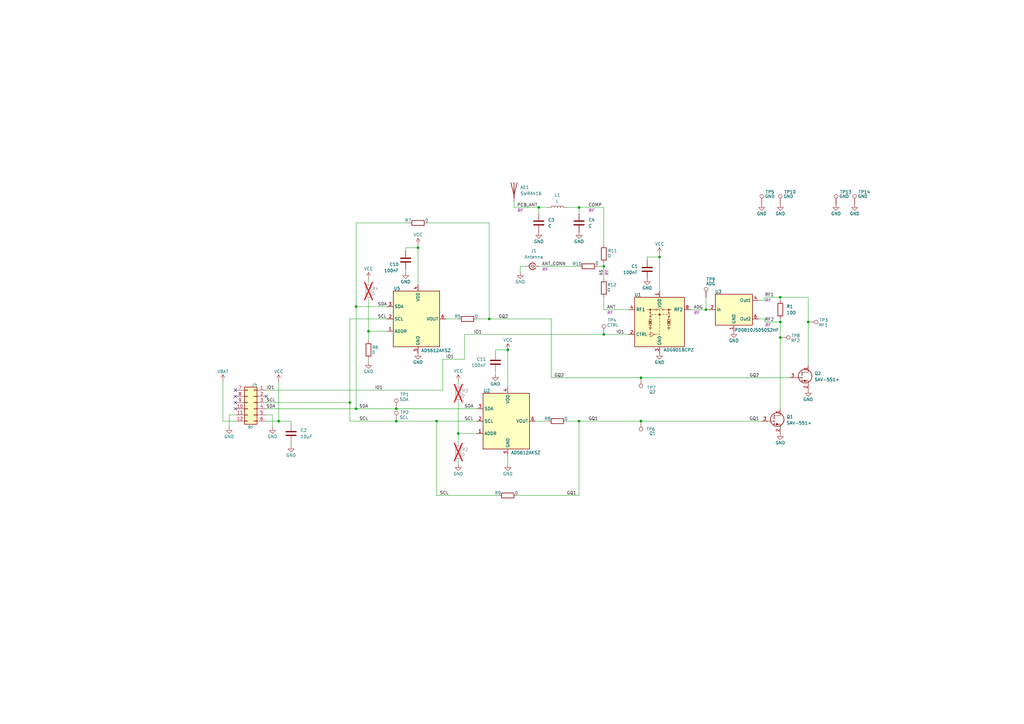
<source format=kicad_sch>
(kicad_sch (version 20250114) (generator "eeschema") (generator_version "9.0")
  (paper "A3")
  (title_block (date "2026-01-27") (rev "1a"))
  (lib_symbols
    (symbol "Analog Devices:AD5612AKSZ-2500RL7"
      (property "Reference" "U" (at -9.652 12.446 0))
      (property "Value" "AD5612AKSZ" (at 7.62 -12.7 0))
      (symbol "AD5612AKSZ-2500RL7_1_1"
        (rectangle (start -10.16 11.43) (end 8.89 -11.43) (stroke (width 0.254)) (fill (type background)))
        (pin input line (at -12.7 5.08 0) (length 2.54) (name "SDA") (number "3"))
        (pin input line (at -12.7 0 0) (length 2.54) (name "SCL") (number "2"))
        (pin input line (at -12.7 -5.08 0) (length 2.54) (name "ADDR") (number "1"))
        (pin power_in line (at 0 13.97 270) (length 2.54) (name "VDD") (number "4"))
        (pin power_in line (at 0 -13.97 90) (length 2.54) (name "GND") (number "5"))
        (pin output line (at 11.43 0 180) (length 2.54) (name "VOUT") (number "6"))
      )
    )
    (symbol "Connector:Conn_Coaxial_Small" (pin_numbers (hide yes)) (pin_names (offset 1.016) (hide yes))
      (property "Reference" "J" (at 0.254 3.048 0))
      (property "Value" "Conn_Coaxial_Small" (at 0 -3.81 0))
      (symbol "Conn_Coaxial_Small_0_1"
        (polyline (pts (xy -2.54 0) (xy -0.508 0)))
        (circle (center 0 0) (radius 0.508) (stroke (width 0.2032)))
      )
      (symbol "Conn_Coaxial_Small_1_1"
        (arc (start 1.3484 0.0039) (mid 0.327 -1.308) (end -1.1916 -0.6311) (stroke (width 0.3048)))
        (arc (start -1.1916 0.6311) (mid 0.327 1.3081) (end 1.3484 -0.0039) (stroke (width 0.3048)))
        (pin passive line (at -2.54 0 0) (length 1.27) (name "In") (number "1"))
        (pin passive line (at 2.54 0 180) (length 1.27) (name "Ext") (number "2"))
      )
    )
    (symbol "Connector:TestPoint" (pin_numbers (hide yes)) (pin_names (offset 0.762) (hide yes))
      (property "Reference" "TP" (at 0 6.858 0))
      (property "Value" "TestPoint" (at 0 5.08 0))
      (symbol "TestPoint_0_1"
        (circle (center 0 3.302) (radius 0.762))
      )
      (symbol "TestPoint_1_1"
        (pin passive line (at 0 0 90) (length 2.54) (name "1") (number "1"))
      )
    )
    (symbol "Connector_Generic:Conn_02x06_Top_Bottom" (pin_names (offset 1.016) (hide yes))
      (property "Reference" "J" (at 1.27 7.62 0))
      (property "Value" "Conn_02x06_Top_Bottom" (at 1.27 -10.16 0))
      (symbol "Conn_02x06_Top_Bottom_1_1"
        (rectangle (start -1.27 6.35) (end 3.81 -8.89) (stroke (width 0.254)) (fill (type background)))
        (rectangle (start -1.27 5.207) (end 0 4.953) (stroke (width 0.1524)))
        (rectangle (start -1.27 2.667) (end 0 2.413) (stroke (width 0.1524)))
        (rectangle (start -1.27 0.127) (end 0 -0.127) (stroke (width 0.1524)))
        (rectangle (start -1.27 -2.413) (end 0 -2.667) (stroke (width 0.1524)))
        (rectangle (start -1.27 -4.953) (end 0 -5.207) (stroke (width 0.1524)))
        (rectangle (start -1.27 -7.493) (end 0 -7.747) (stroke (width 0.1524)))
        (rectangle (start 3.81 5.207) (end 2.54 4.953) (stroke (width 0.1524)))
        (rectangle (start 3.81 2.667) (end 2.54 2.413) (stroke (width 0.1524)))
        (rectangle (start 3.81 0.127) (end 2.54 -0.127) (stroke (width 0.1524)))
        (rectangle (start 3.81 -2.413) (end 2.54 -2.667) (stroke (width 0.1524)))
        (rectangle (start 3.81 -4.953) (end 2.54 -5.207) (stroke (width 0.1524)))
        (rectangle (start 3.81 -7.493) (end 2.54 -7.747) (stroke (width 0.1524)))
        (pin passive line (at -5.08 5.08 0) (length 3.81) (name "Pin_1") (number "1"))
        (pin passive line (at -5.08 2.54 0) (length 3.81) (name "Pin_2") (number "2"))
        (pin passive line (at -5.08 0 0) (length 3.81) (name "Pin_3") (number "3"))
        (pin passive line (at -5.08 -2.54 0) (length 3.81) (name "Pin_4") (number "4"))
        (pin passive line (at -5.08 -5.08 0) (length 3.81) (name "Pin_5") (number "5"))
        (pin passive line (at -5.08 -7.62 0) (length 3.81) (name "Pin_6") (number "6"))
        (pin passive line (at 7.62 5.08 180) (length 3.81) (name "Pin_7") (number "7"))
        (pin passive line (at 7.62 2.54 180) (length 3.81) (name "Pin_8") (number "8"))
        (pin passive line (at 7.62 0 180) (length 3.81) (name "Pin_9") (number "9"))
        (pin passive line (at 7.62 -2.54 180) (length 3.81) (name "Pin_10") (number "10"))
        (pin passive line (at 7.62 -5.08 180) (length 3.81) (name "Pin_11") (number "11"))
        (pin passive line (at 7.62 -7.62 180) (length 3.81) (name "Pin_12") (number "12"))
      )
    )
    (symbol "Device:Antenna" (pin_numbers (hide yes)) (pin_names (offset 1.016) (hide yes))
      (property "Reference" "AE" (at -1.905 1.905 0))
      (property "Value" "Antenna" (at -1.905 0 0))
      (symbol "Antenna_0_1"
        (polyline (pts (xy 0 2.54) (xy 0 -3.81)) (stroke (width 0.254)))
        (polyline (pts (xy 1.27 2.54) (xy 0 -2.54) (xy -1.27 2.54)) (stroke (width 0.254)))
      )
      (symbol "Antenna_1_1"
        (pin input line (at 0 -5.08 90) (length 2.54) (name "A") (number "1"))
      )
    )
    (symbol "Device:C" (pin_numbers (hide yes)) (pin_names (offset 0.254))
      (property "Reference" "C" (at 0.635 2.54 0))
      (property "Value" "C" (at 0.635 -2.54 0))
      (symbol "C_0_1"
        (polyline (pts (xy -2.032 0.762) (xy 2.032 0.762)) (stroke (width 0.508)))
        (polyline (pts (xy -2.032 -0.762) (xy 2.032 -0.762)) (stroke (width 0.508)))
      )
      (symbol "C_1_1"
        (pin passive line (at 0 3.81 270) (length 2.794) (name "~") (number "1"))
        (pin passive line (at 0 -3.81 90) (length 2.794) (name "~") (number "2"))
      )
    )
    (symbol "Device:L" (pin_numbers (hide yes)) (pin_names (offset 1.016) (hide yes))
      (property "Reference" "L" (at -1.27 0 90))
      (property "Value" "L" (at 1.905 0 90))
      (symbol "L_0_1"
        (arc (start 0 2.54) (mid 0.6323 1.905) (end 0 1.27))
        (arc (start 0 1.27) (mid 0.6323 0.635) (end 0 0))
        (arc (start 0 0) (mid 0.6323 -0.635) (end 0 -1.27))
        (arc (start 0 -1.27) (mid 0.6323 -1.905) (end 0 -2.54))
      )
      (symbol "L_1_1"
        (pin passive line (at 0 3.81 270) (length 1.27) (name "1") (number "1"))
        (pin passive line (at 0 -3.81 90) (length 1.27) (name "2") (number "2"))
      )
    )
    (symbol "Device:R" (pin_numbers (hide yes)) (pin_names (offset 0))
      (property "Reference" "R" (at 2.032 0 90))
      (property "Value" "R" (at 0 0 90))
      (symbol "R_0_1"
        (rectangle (start -1.016 -2.54) (end 1.016 2.54) (stroke (width 0.254)))
      )
      (symbol "R_1_1"
        (pin passive line (at 0 3.81 270) (length 1.27) (name "~") (number "1"))
        (pin passive line (at 0 -3.81 90) (length 1.27) (name "~") (number "2"))
      )
    )
    (symbol "Mini-Circuits:SAV-551+" (pin_names (hide yes))
      (property "Reference" "Q" (at 5.588 1.27 0))
      (property "Value" "SAV-551+" (at 9.906 -0.762 0))
      (symbol "SAV-551+_0_1"
        (polyline (pts (xy 0 2.286) (xy 2.54 2.286)))
        (polyline (pts (xy 0 0) (xy -2.54 0)))
        (circle (center 1.27 0.635) (radius 2.794) (stroke (width 0.254)))
        (polyline (pts (xy 1.905 -1.27) (xy 0.889 -0.889) (xy 0.889 -1.651) (xy 1.905 -1.27)) (fill (type outline)))
        (polyline (pts (xy 2.54 2.286) (xy 2.54 2.54)))
        (polyline (pts (xy 2.54 -1.27) (xy 0 -1.27)))
        (polyline (pts (xy 2.54 -2.54) (xy 2.54 -1.27)))
      )
      (symbol "SAV-551+_1_1"
        (polyline (pts (xy 0 0.889) (xy 0 2.54)) (stroke (width 0.254)))
        (polyline (pts (xy 0 0.254) (xy 0 -0.254)) (stroke (width 0.254)))
        (polyline (pts (xy 0 -0.889) (xy 0 -1.524)) (stroke (width 0.254)))
        (pin input line (at -5.08 0 0) (length 2.54) (name "G") (number "3"))
        (pin passive line (at 2.54 5.08 270) (length 2.54) (name "D") (number "1"))
        (pin passive line (at 2.54 -5.08 90) (length 2.54) (name "S") (number "2"))
        (pin passive line (at 2.54 -5.08 90) (length 2.54) (hide yes) (name "S") (number "4"))
      )
    )
    (symbol "RF_Switch:ADG901BCPZ"
      (property "Reference" "U" (at -10.16 11.43 0))
      (property "Value" "ADG901BCPZ" (at 1.27 11.43 0))
      (symbol "ADG901BCPZ_0_0"
        (rectangle (start -10.16 10.16) (end 10.16 -10.16) (stroke (width 0.254)) (fill (type background)))
        (polyline (pts (xy -4.826 -5.08) (xy -3.81 -5.08)))
        (polyline (pts (xy -3.81 -4.064) (xy -3.81 -6.096) (xy -2.032 -5.08) (xy -3.81 -4.064)))
        (polyline (pts (xy -2.54 3.048) (xy -3.302 3.048)))
        (polyline (pts (xy -2.032 3.048) (xy -1.27 3.048)))
        (polyline (pts (xy -1.016 -5.08) (xy -2.032 -5.08)))
        (polyline (pts (xy 0 4.318) (xy 0 5.08)))
        (circle (center 0 3.048) (radius 0.254) (fill (type outline)))
        (polyline (pts (xy 0 3.048) (xy -0.762 3.048)))
        (polyline (pts (xy 0 3.048) (xy 0 3.81)))
        (polyline (pts (xy 0 3.048) (xy 0 2.286)))
        (polyline (pts (xy 0 3.048) (xy 0.762 3.048)))
        (polyline (pts (xy 0 1.778) (xy 0 1.016)))
        (polyline (pts (xy 0 0.508) (xy 0 -0.254)))
        (polyline (pts (xy 0 -0.762) (xy 0 -1.524)))
        (polyline (pts (xy 0 -2.032) (xy 0 -2.794)))
        (polyline (pts (xy 0 -3.302) (xy 0 -4.064)))
        (polyline (pts (xy 0 -4.572) (xy 0 -5.08) (xy -0.508 -5.08)))
        (polyline (pts (xy 1.27 3.048) (xy 2.032 3.048)))
        (polyline (pts (xy 2.54 3.048) (xy 3.302 3.048)))
        (text "50" (at -3.81 -0.127 900) (effects (font (size 0.635 0.635))))
        (text "50" (at 3.81 -0.127 900) (effects (font (size 0.635 0.635))))
      )
      (symbol "ADG901BCPZ_0_1"
        (polyline (pts (xy -5.08 5.08) (xy -1.524 5.08)))
        (rectangle (start -4.318 1.016) (end -3.302 -1.27))
        (circle (center -3.81 5.08) (radius 0.254) (fill (type outline)))
        (polyline (pts (xy -3.81 5.08) (xy -3.81 4.064)))
        (circle (center -3.81 3.81) (radius 0.254))
        (polyline (pts (xy -3.81 3.556) (xy -3.429 2.159)))
        (circle (center -3.81 2.286) (radius 0.254))
        (polyline (pts (xy -3.81 2.032) (xy -3.81 1.016)))
        (polyline (pts (xy -3.81 -1.27) (xy -3.81 -2.286) (xy -4.318 -2.286) (xy -3.81 -3.048) (xy -3.302 -2.286) (xy -3.81 -2.286)))
        (circle (center -1.27 5.08) (radius 0.254))
        (polyline (pts (xy -1.016 5.08) (xy 1.016 5.842)))
        (circle (center 1.27 5.08) (radius 0.254))
        (polyline (pts (xy 1.524 5.08) (xy 5.08 5.08)))
        (rectangle (start 3.302 1.016) (end 4.318 -1.27))
        (polyline (pts (xy 3.81 5.08) (xy 3.81 4.064)))
        (circle (center 3.81 5.08) (radius 0.254) (fill (type outline)))
        (circle (center 3.81 3.81) (radius 0.254))
        (polyline (pts (xy 3.81 3.556) (xy 4.191 2.159)))
        (circle (center 3.81 2.286) (radius 0.254))
        (polyline (pts (xy 3.81 2.032) (xy 3.81 1.016)))
        (polyline (pts (xy 3.81 -1.27) (xy 3.81 -2.286) (xy 3.302 -2.286) (xy 3.81 -3.048) (xy 4.318 -2.286) (xy 3.81 -2.286)))
      )
      (symbol "ADG901BCPZ_1_1"
        (pin passive line (at -12.7 5.08 0) (length 2.54) (name "RF1") (number "4"))
        (pin input line (at -12.7 -5.08 0) (length 2.54) (name "CTRL") (number "2"))
        (pin power_in line (at 0 12.7 270) (length 2.54) (name "VDD") (number "1"))
        (pin power_in line (at 0 -12.7 90) (length 2.54) (name "GND") (number "3"))
        (pin passive line (at 0 -12.7 90) (length 2.54) (hide yes) (name "GND") (number "5"))
        (pin passive line (at 0 -12.7 90) (length 2.54) (hide yes) (name "GND") (number "6"))
        (pin passive line (at 0 -12.7 90) (length 2.54) (hide yes) (name "GND") (number "7"))
        (pin passive line (at 0 -12.7 90) (length 2.54) (hide yes) (name "GND") (number "9"))
        (pin passive line (at 12.7 5.08 180) (length 2.54) (name "RF2") (number "8"))
      )
    )
    (symbol "TTM Technologies:PD0810J5050S2HF"
      (property "Reference" "U" (at -6.858 7.366 0))
      (property "Value" "PD0810J5050S2HF" (at 9.906 -7.62 0))
      (symbol "PD0810J5050S2HF_1_1"
        (rectangle (start -7.62 6.35) (end 7.62 -6.35) (stroke (width 0.254)) (fill (type background)))
        (pin input line (at -10.16 0 0) (length 2.54) (name "In") (number "2"))
        (pin power_in line (at 0 -8.89 90) (length 2.54) (name "GND") (number "1"))
        (pin power_in line (at 0 -8.89 90) (length 2.54) (hide yes) (name "GND") (number "3"))
        (pin power_in line (at 0 -8.89 90) (length 2.54) (hide yes) (name "GND") (number "5"))
        (pin output line (at 10.16 3.81 180) (length 2.54) (name "Out1") (number "4"))
        (pin output line (at 10.16 -3.81 180) (length 2.54) (name "Out2") (number "6"))
      )
    )
    (symbol "power:GND" (power) (pin_numbers (hide yes)) (pin_names (offset 0) (hide yes))
      (property "Value" "GND" (at 0 -3.81 0))
      (symbol "GND_0_1"
        (polyline (pts (xy 0 0) (xy 0 -1.27) (xy 1.27 -1.27) (xy 0 -2.54) (xy -1.27 -1.27) (xy 0 -1.27)))
      )
      (symbol "GND_1_1"
        (pin power_in line (at 0 0 270) (length 0) (name "~") (number "1"))
      )
    )
    (symbol "power:VCC" (power) (pin_numbers (hide yes)) (pin_names (offset 0) (hide yes))
      (property "Value" "VCC" (at 0 3.556 0))
      (symbol "VCC_0_1"
        (polyline (pts (xy -0.762 1.27) (xy 0 2.54)))
        (polyline (pts (xy 0 2.54) (xy 0.762 1.27)))
        (polyline (pts (xy 0 0) (xy 0 2.54)))
      )
      (symbol "VCC_1_1"
        (pin power_in line (at 0 0 90) (length 0) (name "~") (number "1"))
      )
    )
  )
  (junction (at 247.65 137.16))
  (junction (at 289.56 127))
  (junction (at 162.56 167.64))
  (junction (at 171.45 101.6))
  (junction (at 320.04 132.08))
  (junction (at 146.05 125.73))
  (junction (at 146.05 167.64))
  (junction (at 162.56 172.72))
  (junction (at 262.89 154.94))
  (junction (at 270.51 105.41))
  (junction (at 331.47 132.08))
  (junction (at 237.49 85.09))
  (junction (at 320.04 138.43))
  (junction (at 151.13 135.89))
  (junction (at 187.96 177.8))
  (junction (at 208.28 143.51))
  (junction (at 220.98 85.09))
  (junction (at 320.04 121.92))
  (junction (at 143.51 165.1))
  (junction (at 200.66 130.81))
  (junction (at 262.89 172.72))
  (junction (at 237.49 172.72))
  (junction (at 179.07 172.72))
  (junction (at 247.65 109.22))
  (junction (at 114.3 172.72))
  (no_connect (at 96.52 167.64))
  (no_connect (at 96.52 160.02))
  (no_connect (at 109.22 162.56))
  (no_connect (at 96.52 165.1))
  (no_connect (at 96.52 162.56))
  (wire (pts (xy 187.96 165.1) (xy 187.96 177.8)))
  (wire (pts (xy 195.58 130.81) (xy 200.66 130.81)))
  (wire (pts (xy 171.45 100.33) (xy 171.45 101.6)))
  (wire (pts (xy 158.75 130.81) (xy 143.51 130.81)))
  (wire (pts (xy 166.37 101.6) (xy 166.37 102.87)))
  (wire (pts (xy 91.44 172.72) (xy 96.52 172.72)))
  (wire (pts (xy 331.47 132.08) (xy 331.47 121.92)))
  (wire (pts (xy 171.45 116.84) (xy 171.45 101.6)))
  (wire (pts (xy 93.98 170.18) (xy 96.52 170.18)))
  (wire (pts (xy 220.98 109.22) (xy 237.49 109.22)))
  (wire (pts (xy 114.3 172.72) (xy 109.22 172.72)))
  (wire (pts (xy 247.65 127) (xy 257.81 127)))
  (wire (pts (xy 320.04 121.92) (xy 320.04 123.19)))
  (wire (pts (xy 119.38 181.61) (xy 119.38 182.88)))
  (wire (pts (xy 210.82 85.09) (xy 220.98 85.09)))
  (wire (pts (xy 200.66 130.81) (xy 226.06 130.81)))
  (wire (pts (xy 320.04 132.08) (xy 320.04 130.81)))
  (wire (pts (xy 91.44 156.21) (xy 91.44 172.72)))
  (wire (pts (xy 111.76 175.26) (xy 111.76 170.18)))
  (wire (pts (xy 203.2 152.4) (xy 203.2 153.67)))
  (wire (pts (xy 289.56 127) (xy 290.83 127)))
  (wire (pts (xy 237.49 85.09) (xy 232.41 85.09)))
  (wire (pts (xy 200.66 91.44) (xy 200.66 130.81)))
  (wire (pts (xy 313.69 121.92) (xy 313.69 123.19)))
  (wire (pts (xy 175.26 91.44) (xy 200.66 91.44)))
  (wire (pts (xy 187.96 189.23) (xy 187.96 190.5)))
  (wire (pts (xy 265.43 106.68) (xy 265.43 105.41)))
  (wire (pts (xy 109.22 160.02) (xy 181.61 160.02)))
  (wire (pts (xy 313.69 130.81) (xy 311.15 130.81)))
  (wire (pts (xy 210.82 82.55) (xy 210.82 85.09)))
  (wire (pts (xy 109.22 167.64) (xy 146.05 167.64)))
  (wire (pts (xy 247.65 121.92) (xy 247.65 127)))
  (wire (pts (xy 247.65 137.16) (xy 257.81 137.16)))
  (wire (pts (xy 151.13 114.3) (xy 151.13 115.57)))
  (wire (pts (xy 109.22 165.1) (xy 143.51 165.1)))
  (wire (pts (xy 212.09 203.2) (xy 237.49 203.2)))
  (wire (pts (xy 270.51 105.41) (xy 270.51 119.38)))
  (wire (pts (xy 247.65 100.33) (xy 247.65 85.09)))
  (wire (pts (xy 270.51 105.41) (xy 265.43 105.41)))
  (wire (pts (xy 171.45 101.6) (xy 166.37 101.6)))
  (wire (pts (xy 187.96 130.81) (xy 182.88 130.81)))
  (wire (pts (xy 215.9 109.22) (xy 213.36 109.22)))
  (wire (pts (xy 151.13 135.89) (xy 151.13 139.7)))
  (wire (pts (xy 151.13 123.19) (xy 151.13 135.89)))
  (wire (pts (xy 204.47 203.2) (xy 179.07 203.2)))
  (wire (pts (xy 331.47 149.86) (xy 331.47 132.08)))
  (wire (pts (xy 224.79 172.72) (xy 219.71 172.72)))
  (wire (pts (xy 270.51 104.14) (xy 270.51 105.41)))
  (wire (pts (xy 190.5 137.16) (xy 247.65 137.16)))
  (wire (pts (xy 93.98 175.26) (xy 93.98 170.18)))
  (wire (pts (xy 313.69 132.08) (xy 320.04 132.08)))
  (wire (pts (xy 203.2 143.51) (xy 203.2 144.78)))
  (wire (pts (xy 111.76 170.18) (xy 109.22 170.18)))
  (wire (pts (xy 114.3 156.21) (xy 114.3 172.72)))
  (wire (pts (xy 146.05 125.73) (xy 158.75 125.73)))
  (wire (pts (xy 320.04 138.43) (xy 320.04 167.64)))
  (wire (pts (xy 208.28 158.75) (xy 208.28 143.51)))
  (wire (pts (xy 181.61 160.02) (xy 181.61 147.32)))
  (wire (pts (xy 195.58 167.64) (xy 162.56 167.64)))
  (wire (pts (xy 190.5 147.32) (xy 190.5 137.16)))
  (wire (pts (xy 289.56 121.92) (xy 289.56 127)))
  (wire (pts (xy 237.49 203.2) (xy 237.49 172.72)))
  (wire (pts (xy 143.51 130.81) (xy 143.51 165.1)))
  (wire (pts (xy 162.56 172.72) (xy 179.07 172.72)))
  (wire (pts (xy 114.3 172.72) (xy 119.38 172.72)))
  (wire (pts (xy 247.65 109.22) (xy 247.65 114.3)))
  (wire (pts (xy 232.41 172.72) (xy 237.49 172.72)))
  (wire (pts (xy 151.13 135.89) (xy 158.75 135.89)))
  (wire (pts (xy 208.28 190.5) (xy 208.28 186.69)))
  (wire (pts (xy 143.51 172.72) (xy 162.56 172.72)))
  (wire (pts (xy 166.37 110.49) (xy 166.37 111.76)))
  (wire (pts (xy 320.04 132.08) (xy 320.04 138.43)))
  (wire (pts (xy 143.51 165.1) (xy 143.51 172.72)))
  (wire (pts (xy 187.96 156.21) (xy 187.96 157.48)))
  (wire (pts (xy 313.69 121.92) (xy 320.04 121.92)))
  (wire (pts (xy 187.96 177.8) (xy 195.58 177.8)))
  (wire (pts (xy 331.47 121.92) (xy 320.04 121.92)))
  (wire (pts (xy 245.11 109.22) (xy 247.65 109.22)))
  (wire (pts (xy 262.89 172.72) (xy 312.42 172.72)))
  (wire (pts (xy 179.07 203.2) (xy 179.07 172.72)))
  (wire (pts (xy 146.05 125.73) (xy 146.05 167.64)))
  (wire (pts (xy 162.56 167.64) (xy 146.05 167.64)))
  (wire (pts (xy 167.64 91.44) (xy 146.05 91.44)))
  (wire (pts (xy 187.96 177.8) (xy 187.96 181.61)))
  (wire (pts (xy 247.65 85.09) (xy 237.49 85.09)))
  (wire (pts (xy 213.36 109.22) (xy 213.36 111.76)))
  (wire (pts (xy 237.49 87.63) (xy 237.49 85.09)))
  (wire (pts (xy 237.49 172.72) (xy 262.89 172.72)))
  (wire (pts (xy 313.69 132.08) (xy 313.69 130.81)))
  (wire (pts (xy 119.38 173.99) (xy 119.38 172.72)))
  (wire (pts (xy 283.21 127) (xy 289.56 127)))
  (wire (pts (xy 208.28 143.51) (xy 203.2 143.51)))
  (wire (pts (xy 146.05 91.44) (xy 146.05 125.73)))
  (wire (pts (xy 181.61 147.32) (xy 190.5 147.32)))
  (wire (pts (xy 247.65 109.22) (xy 247.65 107.95)))
  (wire (pts (xy 179.07 172.72) (xy 195.58 172.72)))
  (wire (pts (xy 220.98 87.63) (xy 220.98 85.09)))
  (wire (pts (xy 262.89 154.94) (xy 323.85 154.94)))
  (wire (pts (xy 226.06 154.94) (xy 262.89 154.94)))
  (wire (pts (xy 151.13 147.32) (xy 151.13 148.59)))
  (wire (pts (xy 313.69 123.19) (xy 311.15 123.19)))
  (wire (pts (xy 226.06 130.81) (xy 226.06 154.94)))
  (wire (pts (xy 220.98 85.09) (xy 224.79 85.09)))
  (label "ANT" (at 248.92 127 0) (property "Netclass" "RF" (at 248.92 128.27 0) (effects (font (italic yes)) (justify left))))
  (label "IO1" (at 252.73 137.16 0))
  (label "SDA" (at 190.5 167.64 0))
  (label "GQ1" (at 241.3 172.72 0))
  (label "IO1" (at 194.31 137.16 0))
  (label "COMP" (at 241.3 85.09 0) (property "Netclass" "RF" (at 241.3 86.36 0) (effects (font (italic yes)) (justify left))))
  (label "IO1" (at 153.67 160.02 0))
  (label "IO1" (at 182.88 147.32 0))
  (label "PCB_ANT" (at 212.09 85.09 0) (property "Netclass" "RF" (at 212.09 86.36 0) (effects (font (italic yes)) (justify left))))
  (label "ADG" (at 284.48 127 0) (property "Netclass" "RF" (at 284.48 128.27 0) (effects (font (italic yes)) (justify left))))
  (label "SCL" (at 109.22 165.1 0))
  (label "GQ2" (at 227.33 154.94 0))
  (label "GQ2" (at 307.34 154.94 0))
  (label "GQ1" (at 232.41 203.2 0))
  (label "ANT_CONN" (at 222.25 109.22 0) (property "Netclass" "RF" (at 222.25 110.49 0) (effects (font (italic yes)) (justify left))))
  (label "AS" (at 247.65 110.49 270) (property "Netclass" "RF" (at 248.92 110.49 90) (effects (font (italic yes)) (justify right))))
  (label "GQ2" (at 204.47 130.81 0))
  (label "SCL" (at 180.34 203.2 0))
  (label "SDA" (at 147.32 167.64 0))
  (label "GQ1" (at 307.34 172.72 0))
  (label "RF2" (at 313.69 132.08 0) (property "Netclass" "RF" (at 313.69 133.35 0) (effects (font (italic yes)) (justify left))))
  (label "SDA" (at 154.94 125.73 0))
  (label "SCL" (at 147.32 172.72 0))
  (label "SCL" (at 190.5 172.72 0))
  (label "SDA" (at 109.22 167.64 0))
  (label "SCL" (at 154.94 130.81 0))
  (label "IO1" (at 109.22 160.02 0))
  (label "RF1" (at 313.69 121.92 0) (property "Netclass" "RF" (at 313.69 123.19 0) (effects (font (italic yes)) (justify left))))
  (symbol (lib_id "power:GND") (at 119.38 182.88 0) (unit 1)
    (property "Reference" "#PWR014" (effects (hide yes)))
    (property "Value" "GND" (at 119.38 186.69 0))
    (property "Description" "Power symbol creates a global label with name \"GND\" , ground" (effects (hide yes)))
  )
  (symbol (lib_id "power:VCC") (at 187.96 156.21 0) (mirror y) (unit 1)
    (property "Reference" "#PWR011" (effects (hide yes)))
    (property "Value" "VCC" (at 187.96 152.146 0))
    (property "Description" "Power symbol creates a global label with name \"VCC\"" (effects (hide yes)))
  )
  (symbol (lib_id "power:GND") (at 187.96 190.5 0) (unit 1)
    (property "Reference" "#PWR010" (effects (hide yes)))
    (property "Value" "GND" (at 187.96 194.31 0))
    (property "Description" "Power symbol creates a global label with name \"GND\" , ground" (effects (hide yes)))
  )
  (symbol (lib_id "Connector:TestPoint") (at 247.65 137.16 0) (mirror y) (unit 1) (in_bom no)
    (property "Reference" "TP4" (at 249.174 131.318 0) (effects (justify right)))
    (property "Value" "CTRL" (at 248.92 133.35 0) (effects (justify right)))
    (property "Footprint" "Generic:Testpoint_THT" (effects (hide yes)))
    (property "Description" "test point" (effects (hide yes)))
  )
  (symbol (lib_id "Device:R") (at 208.28 203.2 270) (mirror x) (unit 1)
    (property "Reference" "R9" (at 204.216 202.184 90))
    (property "Value" "0" (at 211.836 202.184 90))
    (property "Footprint" "Resistor_SMD:R_0603_1608Metric" (effects (hide yes)))
    (property "Description" "Resistor" (effects (hide yes)))
    (property "Manufacturer" "Vishay" (effects (hide yes)))
    (property "Part Number" "CRCW06030000Z0EI" (effects (hide yes)))
    (property "Supplier" "Mouser" (effects (hide yes)))
    (property "Supplier Part Number" " 71-CRCW06030000Z0EI " (effects (hide yes)))
  )
  (symbol (lib_id "Connector:TestPoint") (at 289.56 121.92 0) (mirror y) (unit 1) (in_bom no)
    (property "Reference" "TP9" (at 293.37 114.554 0) (effects (justify left)))
    (property "Value" "ADG" (at 293.37 116.332 0) (effects (justify left)))
    (property "Footprint" "Generic:Testpoint_SMD_S" (effects (hide yes)))
    (property "Description" "test point" (effects (hide yes)))
  )
  (symbol (lib_id "power:GND") (at 208.28 190.5 0) (unit 1)
    (property "Reference" "#PWR047" (effects (hide yes)))
    (property "Value" "GND" (at 208.28 194.31 0))
    (property "Description" "Power symbol creates a global label with name \"GND\" , ground" (effects (hide yes)))
  )
  (symbol (lib_id "power:GND") (at 171.45 144.78 0) (unit 1)
    (property "Reference" "#PWR043" (effects (hide yes)))
    (property "Value" "GND" (at 171.45 148.59 0))
    (property "Description" "Power symbol creates a global label with name \"GND\" , ground" (effects (hide yes)))
  )
  (symbol (lib_id "Device:C") (at 166.37 106.68 0) (mirror y) (unit 1)
    (property "Reference" "C10" (at 163.576 108.458 0) (effects (justify left)))
    (property "Value" "100nF" (at 163.576 110.998 0) (effects (justify left)))
    (property "Footprint" "Capacitor_SMD:C_0603_1608Metric" (effects (hide yes)))
    (property "Description" "Unpolarized capacitor" (effects (hide yes)))
    (property "Manufacturer" "Taiyo Yuden" (effects (hide yes)))
    (property "Part Number" "MAJCU168BB7104KTEA01 " (effects (hide yes)))
    (property "Supplier" "Mouser" (effects (hide yes)))
    (property "Supplier Part Number" " 963-MAJCU168BB7104KT" (effects (hide yes)))
  )
  (symbol (lib_id "power:GND") (at 320.04 83.82 0) (mirror y) (unit 1)
    (property "Reference" "#PWR018" (effects (hide yes)))
    (property "Value" "GND" (at 320.04 87.63 0))
    (property "Description" "Power symbol creates a global label with name \"GND\" , ground" (effects (hide yes)))
  )
  (symbol (lib_id "Mini-Circuits:SAV-551+") (at 317.5 172.72 0) (unit 1)
    (property "Reference" "Q1" (at 322.58 170.9419 0) (effects (justify left)))
    (property "Value" "SAV-551+" (at 322.58 173.4819 0) (effects (justify left)))
    (property "Footprint" "Package_TO_SOT_SMD:SC-82AA" (effects (hide yes)))
    (property "Datasheet" "https://www.minicircuits.com/pdfs/SAV-551+.pdf" (effects (hide yes)))
    (property "Description" "ULTRA LOW NOISE, MEDIUM CURRENT E-PHEMT Transistor" (effects (hide yes)))
    (property "Part Number" "SAV-551+" (effects (hide yes)))
    (property "Manufacturer" "Mini-Circuits" (effects (hide yes)))
    (property "Supplier" "Mouser" (effects (hide yes)))
    (property "Supplier Part Number" "139-SAV-551" (effects (hide yes)))
  )
  (symbol (lib_id "Device:C") (at 220.98 91.44 0) (mirror y) (unit 1)
    (property "Reference" "C3" (at 224.79 90.1699 0) (effects (justify right)))
    (property "Value" "C" (at 224.79 92.7099 0) (effects (justify right)))
    (property "Footprint" "Capacitor_SMD:C_0402_1005Metric" (effects (hide yes)))
    (property "Description" "Unpolarized capacitor" (effects (hide yes)))
  )
  (symbol (lib_id "power:GND") (at 220.98 95.25 0) (mirror y) (unit 1)
    (property "Reference" "#PWR016" (effects (hide yes)))
    (property "Value" "GND" (at 220.98 99.06 0))
    (property "Description" "Power symbol creates a global label with name \"GND\" , ground" (effects (hide yes)))
  )
  (symbol (lib_id "Device:R") (at 171.45 91.44 270) (mirror x) (unit 1)
    (property "Reference" "R7" (at 167.386 90.424 90))
    (property "Value" "0" (at 175.006 90.424 90))
    (property "Footprint" "Resistor_SMD:R_0603_1608Metric" (effects (hide yes)))
    (property "Description" "Resistor" (effects (hide yes)))
    (property "Manufacturer" "Vishay" (effects (hide yes)))
    (property "Part Number" "CRCW06030000Z0EI" (effects (hide yes)))
    (property "Supplier" "Mouser" (effects (hide yes)))
    (property "Supplier Part Number" " 71-CRCW06030000Z0EI " (effects (hide yes)))
  )
  (symbol (lib_id "Device:R") (at 247.65 104.14 0) (mirror x) (unit 1)
    (property "Reference" "R11" (at 251.206 102.87 0))
    (property "Value" "0" (at 249.936 104.902 0))
    (property "Footprint" "Resistor_SMD:R_0402_1005Metric" (effects (hide yes)))
    (property "Description" "Resistor" (effects (hide yes)))
    (property "Manufacturer" "Vishay" (effects (hide yes)))
    (property "Part Number" "CRCW06030000Z0EI" (effects (hide yes)))
    (property "Supplier" "Mouser" (effects (hide yes)))
    (property "Supplier Part Number" " 71-CRCW06030000Z0EI " (effects (hide yes)))
  )
  (symbol (lib_id "power:VCC") (at 270.51 104.14 0) (mirror y) (unit 1)
    (property "Reference" "#PWR04" (effects (hide yes)))
    (property "Value" "VCC" (at 270.51 100.076 0))
    (property "Description" "Power symbol creates a global label with name \"VCC\"" (effects (hide yes)))
  )
  (symbol (lib_id "Connector:TestPoint") (at 350.52 83.82 0) (mirror y) (unit 1) (in_bom no)
    (property "Reference" "TP14" (at 352.044 78.74 0) (effects (justify right)))
    (property "Value" "GND" (at 351.79 80.518 0) (effects (justify right)))
    (property "Footprint" "Generic:Testpoint_SMD_S" (effects (hide yes)))
    (property "Description" "test point" (effects (hide yes)))
  )
  (symbol (lib_id "Connector:TestPoint") (at 312.42 83.82 0) (mirror y) (unit 1) (in_bom no)
    (property "Reference" "TP5" (at 313.944 78.74 0) (effects (justify right)))
    (property "Value" "GND" (at 313.69 80.518 0) (effects (justify right)))
    (property "Footprint" "Generic:Testpoint_THT" (effects (hide yes)))
    (property "Description" "test point" (effects (hide yes)))
  )
  (symbol (lib_id "power:GND") (at 166.37 111.76 0) (mirror y) (unit 1)
    (property "Reference" "#PWR042" (effects (hide yes)))
    (property "Value" "GND" (at 166.37 115.57 0))
    (property "Description" "Power symbol creates a global label with name \"GND\" , ground" (effects (hide yes)))
  )
  (symbol (lib_id "Device:L") (at 228.6 85.09 90) (unit 1)
    (property "Reference" "L1" (at 228.6 80.01 90))
    (property "Value" "L" (at 228.6 82.55 90))
    (property "Footprint" "Inductor_SMD:L_0402_1005Metric" (effects (hide yes)))
    (property "Description" "Inductor" (effects (hide yes)))
  )
  (symbol (lib_id "power:GND") (at 270.51 144.78 0) (mirror y) (unit 1)
    (property "Reference" "#PWR02" (effects (hide yes)))
    (property "Value" "GND" (at 270.51 148.59 0))
    (property "Description" "Power symbol creates a global label with name \"GND\" , ground" (effects (hide yes)))
  )
  (symbol (lib_id "power:GND") (at 350.52 83.82 0) (mirror y) (unit 1)
    (property "Reference" "#PWR022" (effects (hide yes)))
    (property "Value" "GND" (at 350.52 87.63 0))
    (property "Description" "Power symbol creates a global label with name \"GND\" , ground" (effects (hide yes)))
  )
  (symbol (lib_id "Device:R") (at 241.3 109.22 90) (mirror x) (unit 1)
    (property "Reference" "R10" (at 236.728 108.204 90))
    (property "Value" "0" (at 244.856 107.95 90))
    (property "Footprint" "Resistor_SMD:R_0402_1005Metric" (effects (hide yes)))
    (property "Description" "Resistor" (effects (hide yes)))
    (property "Manufacturer" "Vishay" (effects (hide yes)))
    (property "Part Number" "CRCW06030000Z0EI" (effects (hide yes)))
    (property "Supplier" "Mouser" (effects (hide yes)))
    (property "Supplier Part Number" " 71-CRCW06030000Z0EI " (effects (hide yes)))
  )
  (symbol (lib_id "Analog Devices:AD5612AKSZ-2500RL7") (at 208.28 172.72 0) (unit 1)
    (property "Reference" "U2" (at 199.644 160.274 0))
    (property "Value" "AD5612AKSZ" (at 215.646 185.674 0))
    (property "Footprint" "Package_TO_SOT_SMD:SOT-363_SC-70-6" (effects (hide yes)))
    (property "Datasheet" "https://www.analog.com/media/en/technical-documentation/data-sheets/ad5602_5612_5622.pdf" (effects (hide yes)))
    (property "Description" "2.7 V to 5.5 V, <100 μA, 8-/10-/12-Bit nanoDACs with I2C Compatible Interface in LFCSP and SC70" (effects (hide yes)))
    (property "Part Number" "AD5612AKSZ-2500RL7" (effects (hide yes)))
    (property "Manufacturer" "Analog Devices" (effects (hide yes)))
    (property "Supplier" "Mouser" (effects (hide yes)))
    (property "Supplier Part Number" "584-AD5612AKSZ2500R7" (effects (hide yes)))
  )
  (symbol (lib_id "power:VCC") (at 114.3 156.21 0) (mirror y) (unit 1)
    (property "Reference" "#PWR031" (effects (hide yes)))
    (property "Value" "VCC" (at 114.3 152.4 0))
    (property "Description" "Power symbol creates a global label with name \"VCC\"" (effects (hide yes)))
  )
  (symbol (lib_id "Device:Antenna") (at 210.82 77.47 0) (unit 1) (in_bom no)
    (property "Reference" "AE1" (at 213.36 76.8349 0) (effects (justify left)))
    (property "Value" "SWRA416" (at 213.36 79.3749 0) (effects (justify left)))
    (property "Footprint" "RF_Antenna:Texas_SWRA416_868MHz_915MHz" (effects (hide yes)))
    (property "Description" "Antenna" (effects (hide yes)))
  )
  (symbol (lib_id "Device:R") (at 247.65 118.11 0) (unit 1)
    (property "Reference" "R12" (at 250.952 116.84 0))
    (property "Value" "0" (at 249.682 118.872 0))
    (property "Footprint" "Resistor_SMD:R_0402_1005Metric" (effects (hide yes)))
    (property "Description" "Resistor" (effects (hide yes)))
    (property "Manufacturer" "Vishay" (effects (hide yes)))
    (property "Part Number" "CRCW06030000Z0EI" (effects (hide yes)))
    (property "Supplier" "Mouser" (effects (hide yes)))
    (property "Supplier Part Number" " 71-CRCW06030000Z0EI " (effects (hide yes)))
  )
  (symbol (lib_id "Connector:Conn_Coaxial_Small") (at 218.44 109.22 180) (unit 1)
    (property "Reference" "J1" (at 218.9595 102.87 0))
    (property "Value" "Antenna" (at 218.9595 105.41 0))
    (property "Footprint" "Connector_Coaxial:SMA_Amphenol_901-144_Vertical" (effects (hide yes)))
    (property "Description" "small coaxial connector (BNC, SMA, SMB, SMC, Cinch/RCA, LEMO, ...)" (effects (hide yes)))
    (property "Part Number" "RFPC-SMA28-F" (effects (hide yes)))
    (property "Manufacturer" "GCT" (effects (hide yes)))
    (property "Supplier" "Mouser" (effects (hide yes)))
    (property "Supplier Part Number" "640-RFPCSMA28F" (effects (hide yes)))
  )
  (symbol (lib_id "Device:C") (at 119.38 177.8 0) (unit 1)
    (property "Reference" "C2" (at 123.19 176.5299 0) (effects (justify left)))
    (property "Value" "10µF" (at 123.19 179.0699 0) (effects (justify left)))
    (property "Footprint" "Capacitor_SMD:C_0603_1608Metric" (effects (hide yes)))
    (property "Description" "Unpolarized capacitor" (effects (hide yes)))
    (property "Manufacturer" "Murata" (effects (hide yes)))
    (property "Part Number" "GXT188R61C106KE13D" (effects (hide yes)))
    (property "Supplier" "Mouser" (effects (hide yes)))
    (property "Supplier Part Number" "81-GXT188R61C106KE3D" (effects (hide yes)))
  )
  (symbol (lib_id "power:VCC") (at 208.28 143.51 0) (mirror y) (unit 1)
    (property "Reference" "#PWR08" (effects (hide yes)))
    (property "Value" "VCC" (at 208.28 139.446 0))
    (property "Description" "Power symbol creates a global label with name \"VCC\"" (effects (hide yes)))
  )
  (symbol (lib_id "power:GND") (at 342.9 83.82 0) (mirror y) (unit 1)
    (property "Reference" "#PWR021" (effects (hide yes)))
    (property "Value" "GND" (at 342.9 87.63 0))
    (property "Description" "Power symbol creates a global label with name \"GND\" , ground" (effects (hide yes)))
  )
  (symbol (lib_id "power:GND") (at 203.2 153.67 0) (mirror y) (unit 1)
    (property "Reference" "#PWR046" (effects (hide yes)))
    (property "Value" "GND" (at 203.2 157.48 0))
    (property "Description" "Power symbol creates a global label with name \"GND\" , ground" (effects (hide yes)))
  )
  (symbol (lib_id "power:GND") (at 265.43 114.3 0) (mirror y) (unit 1)
    (property "Reference" "#PWR05" (effects (hide yes)))
    (property "Value" "GND" (at 265.43 118.11 0))
    (property "Description" "Power symbol creates a global label with name \"GND\" , ground" (effects (hide yes)))
  )
  (symbol (lib_id "Connector:TestPoint") (at 320.04 138.43 270) (mirror x) (unit 1) (in_bom no)
    (property "Reference" "TP8" (at 328.168 137.668 90) (effects (justify right)))
    (property "Value" "RF2" (at 328.168 139.7 90) (effects (justify right)))
    (property "Footprint" "Generic:Testpoint_SMD_S" (effects (hide yes)))
    (property "Description" "test point" (effects (hide yes)))
  )
  (symbol (lib_id "Device:R") (at 228.6 172.72 270) (mirror x) (unit 1)
    (property "Reference" "R8" (at 224.536 171.704 90))
    (property "Value" "0" (at 232.156 171.704 90))
    (property "Footprint" "Resistor_SMD:R_0603_1608Metric" (effects (hide yes)))
    (property "Description" "Resistor" (effects (hide yes)))
    (property "Manufacturer" "Vishay" (effects (hide yes)))
    (property "Part Number" "CRCW06030000Z0EI" (effects (hide yes)))
    (property "Supplier" "Mouser" (effects (hide yes)))
    (property "Supplier Part Number" " 71-CRCW06030000Z0EI " (effects (hide yes)))
  )
  (symbol (lib_id "Connector_Generic:Conn_02x06_Top_Bottom") (at 104.14 165.1 0) (mirror y) (unit 1)
    (property "Reference" "J4" (at 104.394 157.734 0))
    (property "Value" "RF" (at 102.87 175.26 0))
    (property "Footprint" "Generic:PMOD_2x06_P2.54mm_Male" (effects (hide yes)))
    (property "Description" "Generic connector, double row, 02x06, top/bottom pin numbering scheme (row 1: 1...pins_per_row, row2: pins_per_row+1 ... num_pins), script generated (kicad-library-utils/schlib/autogen/connector/)" (effects (hide yes)))
    (property "Manufacturer" "Wurth Elektronik" (effects (hide yes)))
    (property "Part Number" "61301221021" (effects (hide yes)))
    (property "Supplier" "Mouser" (effects (hide yes)))
    (property "Supplier Part Number" " 710-61301221021" (effects (hide yes)))
  )
  (symbol (lib_id "Connector:TestPoint") (at 342.9 83.82 0) (mirror y) (unit 1) (in_bom no)
    (property "Reference" "TP13" (at 344.424 78.74 0) (effects (justify right)))
    (property "Value" "GND" (at 344.17 80.518 0) (effects (justify right)))
    (property "Footprint" "Generic:Testpoint_THT" (effects (hide yes)))
    (property "Description" "test point" (effects (hide yes)))
  )
  (symbol (lib_id "Mini-Circuits:SAV-551+") (at 328.93 154.94 0) (unit 1)
    (property "Reference" "Q2" (at 334.01 153.1619 0) (effects (justify left)))
    (property "Value" "SAV-551+" (at 334.01 155.7019 0) (effects (justify left)))
    (property "Footprint" "Package_TO_SOT_SMD:SC-82AA" (effects (hide yes)))
    (property "Datasheet" "https://www.minicircuits.com/pdfs/SAV-551+.pdf" (effects (hide yes)))
    (property "Description" "ULTRA LOW NOISE, MEDIUM CURRENT E-PHEMT Transistor" (effects (hide yes)))
    (property "Part Number" "SAV-551+" (effects (hide yes)))
    (property "Manufacturer" "Mini-Circuits" (effects (hide yes)))
    (property "Supplier" "Mouser" (effects (hide yes)))
    (property "Supplier Part Number" "139-SAV-551" (effects (hide yes)))
  )
  (symbol (lib_id "Device:C") (at 203.2 148.59 0) (mirror y) (unit 1)
    (property "Reference" "C11" (at 199.39 147.3199 0) (effects (justify left)))
    (property "Value" "100nF" (at 199.39 149.8599 0) (effects (justify left)))
    (property "Footprint" "Capacitor_SMD:C_0603_1608Metric" (effects (hide yes)))
    (property "Description" "Unpolarized capacitor" (effects (hide yes)))
    (property "Manufacturer" "Taiyo Yuden" (effects (hide yes)))
    (property "Part Number" "MAJCU168BB7104KTEA01 " (effects (hide yes)))
    (property "Supplier" "Mouser" (effects (hide yes)))
    (property "Supplier Part Number" " 963-MAJCU168BB7104KT" (effects (hide yes)))
  )
  (symbol (lib_id "Connector:TestPoint") (at 320.04 83.82 0) (mirror y) (unit 1) (in_bom no)
    (property "Reference" "TP10" (at 321.564 78.74 0) (effects (justify right)))
    (property "Value" "GND" (at 321.31 80.518 0) (effects (justify right)))
    (property "Footprint" "Generic:Testpoint_THT" (effects (hide yes)))
    (property "Description" "test point" (effects (hide yes)))
  )
  (symbol (lib_id "Device:R") (at 191.77 130.81 270) (mirror x) (unit 1)
    (property "Reference" "R5" (at 187.706 129.794 90))
    (property "Value" "0" (at 195.326 129.794 90))
    (property "Footprint" "Resistor_SMD:R_0603_1608Metric" (effects (hide yes)))
    (property "Description" "Resistor" (effects (hide yes)))
    (property "Manufacturer" "Vishay" (effects (hide yes)))
    (property "Part Number" "CRCW06030000Z0EI" (effects (hide yes)))
    (property "Supplier" "Mouser" (effects (hide yes)))
    (property "Supplier Part Number" " 71-CRCW06030000Z0EI " (effects (hide yes)))
  )
  (symbol (lib_id "power:GND") (at 93.98 175.26 0) (mirror y) (unit 1)
    (property "Reference" "#PWR033" (effects (hide yes)))
    (property "Value" "GND" (at 93.98 179.07 0))
    (property "Description" "Power symbol creates a global label with name \"GND\" , ground" (effects (hide yes)))
  )
  (symbol (lib_id "TTM Technologies:PD0810J5050S2HF") (at 300.99 127 0) (unit 1)
    (property "Reference" "U3" (at 294.64 119.634 0))
    (property "Value" "PD0810J5050S2HF" (at 310.388 135.382 0))
    (property "Footprint" "TTM Technologies:PD0810J5050S2HF" (effects (hide yes)))
    (property "Datasheet" "https://cdn.ttm.com/repository/products/wireless-xinger/power-dividers/PD0810J5050S2HF/PD0810J5050S2HF.pdf" (effects (hide yes)))
    (property "Description" "Ultra Low Profile 0805 Power Divider 50Ω to 50Ω" (effects (hide yes)))
    (property "Part Number" "PD0810J5050S2HF" (effects (hide yes)))
    (property "Manufacturer" "TTM Technologies" (effects (hide yes)))
    (property "Supplier" "Mouser" (effects (hide yes)))
    (property "Supplier Part Number" "620-PD0810J5050S2HF" (effects (hide yes)))
  )
  (symbol (lib_id "Device:R") (at 187.96 161.29 0) (mirror y) (unit 1) (in_bom no) (dnp yes)
    (property "Reference" "R3" (at 190.754 160.274 0))
    (property "Value" "0" (at 189.992 162.306 0))
    (property "Footprint" "Resistor_SMD:R_0603_1608Metric" (effects (hide yes)))
    (property "Description" "Resistor" (effects (hide yes)))
    (property "Manufacturer" "Vishay" (effects (hide yes)))
    (property "Part Number" "CRCW06030000Z0EI" (effects (hide yes)))
    (property "Supplier" "Mouser" (effects (hide yes)))
    (property "Supplier Part Number" " 71-CRCW06030000Z0EI " (effects (hide yes)))
  )
  (symbol (lib_id "power:GND") (at 320.04 177.8 0) (mirror y) (unit 1)
    (property "Reference" "#PWR07" (effects (hide yes)))
    (property "Value" "GND" (at 320.04 181.61 0))
    (property "Description" "Power symbol creates a global label with name \"GND\" , ground" (effects (hide yes)))
  )
  (symbol (lib_id "Connector:TestPoint") (at 162.56 167.64 0) (mirror y) (unit 1) (in_bom no)
    (property "Reference" "TP1" (at 164.084 161.798 0) (effects (justify right)))
    (property "Value" "SDA" (at 163.83 163.83 0) (effects (justify right)))
    (property "Footprint" "Generic:Testpoint_THT" (effects (hide yes)))
    (property "Description" "test point" (effects (hide yes)))
  )
  (symbol (lib_id "power:VCC") (at 151.13 114.3 0) (mirror y) (unit 1)
    (property "Reference" "#PWR012" (effects (hide yes)))
    (property "Value" "VCC" (at 151.13 110.236 0))
    (property "Description" "Power symbol creates a global label with name \"VCC\"" (effects (hide yes)))
  )
  (symbol (lib_id "Connector:TestPoint") (at 262.89 154.94 0) (mirror x) (unit 1) (in_bom no)
    (property "Reference" "TP7" (at 268.986 159.004 0) (effects (justify right)))
    (property "Value" "Q2" (at 268.986 160.782 0) (effects (justify right)))
    (property "Footprint" "Generic:Testpoint_THT" (effects (hide yes)))
    (property "Description" "test point" (effects (hide yes)))
  )
  (symbol (lib_id "power:GND") (at 300.99 135.89 0) (mirror y) (unit 1)
    (property "Reference" "#PWR03" (effects (hide yes)))
    (property "Value" "GND" (at 300.99 139.7 0))
    (property "Description" "Power symbol creates a global label with name \"GND\" , ground" (effects (hide yes)))
  )
  (symbol (lib_id "Connector:TestPoint") (at 331.47 132.08 270) (mirror x) (unit 1) (in_bom no)
    (property "Reference" "TP3" (at 339.598 131.318 90) (effects (justify right)))
    (property "Value" "RF1" (at 339.598 133.35 90) (effects (justify right)))
    (property "Footprint" "Generic:Testpoint_SMD_S" (effects (hide yes)))
    (property "Description" "test point" (effects (hide yes)))
  )
  (symbol (lib_id "power:GND") (at 237.49 95.25 0) (mirror y) (unit 1)
    (property "Reference" "#PWR015" (effects (hide yes)))
    (property "Value" "GND" (at 237.49 99.06 0))
    (property "Description" "Power symbol creates a global label with name \"GND\" , ground" (effects (hide yes)))
  )
  (symbol (lib_id "power:GND") (at 331.47 160.02 0) (mirror y) (unit 1)
    (property "Reference" "#PWR06" (effects (hide yes)))
    (property "Value" "GND" (at 331.47 163.83 0))
    (property "Description" "Power symbol creates a global label with name \"GND\" , ground" (effects (hide yes)))
  )
  (symbol (lib_id "power:VCC") (at 171.45 100.33 0) (mirror y) (unit 1)
    (property "Reference" "#PWR09" (effects (hide yes)))
    (property "Value" "VCC" (at 171.45 96.266 0))
    (property "Description" "Power symbol creates a global label with name \"VCC\"" (effects (hide yes)))
  )
  (symbol (lib_id "power:GND") (at 111.76 175.26 0) (mirror y) (unit 1)
    (property "Reference" "#PWR032" (effects (hide yes)))
    (property "Value" "GND" (at 111.76 179.07 0))
    (property "Description" "Power symbol creates a global label with name \"GND\" , ground" (effects (hide yes)))
  )
  (symbol (lib_id "Connector:TestPoint") (at 162.56 172.72 0) (mirror y) (unit 1) (in_bom no)
    (property "Reference" "TP2" (at 164.084 169.164 0) (effects (justify right)))
    (property "Value" "SCL" (at 163.83 171.196 0) (effects (justify right)))
    (property "Footprint" "Generic:Testpoint_THT" (effects (hide yes)))
    (property "Description" "test point" (effects (hide yes)))
  )
  (symbol (lib_id "Device:R") (at 151.13 119.38 0) (mirror y) (unit 1) (in_bom no) (dnp yes)
    (property "Reference" "R4" (at 153.924 118.364 0))
    (property "Value" "0" (at 153.162 120.396 0))
    (property "Footprint" "Resistor_SMD:R_0603_1608Metric" (effects (hide yes)))
    (property "Description" "Resistor" (effects (hide yes)))
    (property "Manufacturer" "Vishay" (effects (hide yes)))
    (property "Part Number" "CRCW06030000Z0EI" (effects (hide yes)))
    (property "Supplier" "Mouser" (effects (hide yes)))
    (property "Supplier Part Number" " 71-CRCW06030000Z0EI " (effects (hide yes)))
  )
  (symbol (lib_id "Device:R") (at 320.04 127 0) (unit 1)
    (property "Reference" "R1" (at 322.58 125.7299 0) (effects (justify left)))
    (property "Value" "100" (at 322.58 128.2699 0) (effects (justify left)))
    (property "Footprint" "Resistor_SMD:R_0603_1608Metric" (effects (hide yes)))
    (property "Description" "Resistor" (effects (hide yes)))
    (property "Manufacturer" "Yageo" (effects (hide yes)))
    (property "Part Number" "TR0603MR-07100RL" (effects (hide yes)))
    (property "Supplier" "Mouser" (effects (hide yes)))
    (property "Supplier Part Number" "603-TR0603MR-07100RL" (effects (hide yes)))
  )
  (symbol (lib_id "Device:R") (at 187.96 185.42 0) (mirror y) (unit 1) (in_bom no) (dnp yes)
    (property "Reference" "R2" (at 190.754 184.404 0))
    (property "Value" "0" (at 189.992 186.436 0))
    (property "Footprint" "Resistor_SMD:R_0603_1608Metric" (effects (hide yes)))
    (property "Description" "Resistor" (effects (hide yes)))
    (property "Manufacturer" "Vishay" (effects (hide yes)))
    (property "Part Number" "CRCW06030000Z0EI" (effects (hide yes)))
    (property "Supplier" "Mouser" (effects (hide yes)))
    (property "Supplier Part Number" " 71-CRCW06030000Z0EI " (effects (hide yes)))
  )
  (symbol (lib_id "power:GND") (at 151.13 148.59 0) (unit 1)
    (property "Reference" "#PWR013" (effects (hide yes)))
    (property "Value" "GND" (at 151.13 152.4 0))
    (property "Description" "Power symbol creates a global label with name \"GND\" , ground" (effects (hide yes)))
  )
  (symbol (lib_id "Device:R") (at 151.13 143.51 0) (mirror y) (unit 1)
    (property "Reference" "R6" (at 153.924 142.494 0))
    (property "Value" "0" (at 153.162 144.526 0))
    (property "Footprint" "Resistor_SMD:R_0603_1608Metric" (effects (hide yes)))
    (property "Description" "Resistor" (effects (hide yes)))
    (property "Manufacturer" "Vishay" (effects (hide yes)))
    (property "Part Number" "CRCW06030000Z0EI" (effects (hide yes)))
    (property "Supplier" "Mouser" (effects (hide yes)))
    (property "Supplier Part Number" " 71-CRCW06030000Z0EI " (effects (hide yes)))
  )
  (symbol (lib_id "Device:C") (at 265.43 110.49 0) (mirror y) (unit 1)
    (property "Reference" "C1" (at 261.62 109.2199 0) (effects (justify left)))
    (property "Value" "100nF" (at 261.62 111.7599 0) (effects (justify left)))
    (property "Footprint" "Capacitor_SMD:C_0603_1608Metric" (effects (hide yes)))
    (property "Description" "Unpolarized capacitor" (effects (hide yes)))
    (property "Manufacturer" "Taiyo Yuden" (effects (hide yes)))
    (property "Part Number" "MAJCU168BB7104KTEA01 " (effects (hide yes)))
    (property "Supplier" "Mouser" (effects (hide yes)))
    (property "Supplier Part Number" " 963-MAJCU168BB7104KT" (effects (hide yes)))
  )
  (symbol (lib_id "power:GND") (at 213.36 111.76 0) (mirror y) (unit 1)
    (property "Reference" "#PWR01" (effects (hide yes)))
    (property "Value" "GND" (at 213.36 115.57 0))
    (property "Description" "Power symbol creates a global label with name \"GND\" , ground" (effects (hide yes)))
  )
  (symbol (lib_id "power:GND") (at 312.42 83.82 0) (mirror y) (unit 1)
    (property "Reference" "#PWR017" (effects (hide yes)))
    (property "Value" "GND" (at 312.42 87.63 0))
    (property "Description" "Power symbol creates a global label with name \"GND\" , ground" (effects (hide yes)))
  )
  (symbol (lib_id "Connector:TestPoint") (at 262.89 172.72 0) (mirror x) (unit 1) (in_bom no)
    (property "Reference" "TP6" (at 268.732 176.022 0) (effects (justify right)))
    (property "Value" "Q1" (at 268.986 177.8 0) (effects (justify right)))
    (property "Footprint" "Generic:Testpoint_THT" (effects (hide yes)))
    (property "Description" "test point" (effects (hide yes)))
  )
  (symbol (lib_id "power:VCC") (at 91.44 156.21 0) (mirror y) (unit 1)
    (property "Reference" "#PWR034" (effects (hide yes)))
    (property "Value" "VBAT" (at 91.44 152.4 0))
    (property "Description" "Power symbol creates a global label with name \"VCC\"" (effects (hide yes)))
  )
  (symbol (lib_id "RF_Switch:ADG901BCPZ") (at 270.51 132.08 0) (unit 1)
    (property "Reference" "U1" (at 261.62 120.904 0))
    (property "Value" "ADG901BCPZ" (at 278.384 143.51 0))
    (property "Footprint" "Package_CSP:LFCSP-8-1EP_3x3mm_P0.5mm_EP1.45x1.74mm" (effects (hide yes)))
    (property "Datasheet" "https://www.analog.com/media/en/technical-documentation/data-sheets/ADG901_902.pdf" (effects (hide yes)))
    (property "Description" "SPST DC-4.5GHz absorbative switch, 40dB isolation at 1GHz, LFCSP-8" (effects (hide yes)))
    (property "Manufacturer" "Analog Devices" (effects (hide yes)))
    (property "Part Number" "ADG901BCPZ-500RL7" (effects (hide yes)))
    (property "Supplier" "Mouser" (effects (hide yes)))
    (property "Supplier Part Number" "584-ADG901BCPZ-500R7" (effects (hide yes)))
  )
  (symbol (lib_id "Analog Devices:AD5612AKSZ-2500RL7") (at 171.45 130.81 0) (unit 1)
    (property "Reference" "U5" (at 162.814 118.364 0))
    (property "Value" "AD5612AKSZ" (at 178.816 143.764 0))
    (property "Footprint" "Package_TO_SOT_SMD:SOT-363_SC-70-6" (effects (hide yes)))
    (property "Datasheet" "https://www.analog.com/media/en/technical-documentation/data-sheets/ad5602_5612_5622.pdf" (effects (hide yes)))
    (property "Description" "2.7 V to 5.5 V, <100 μA, 8-/10-/12-Bit nanoDACs with I2C Compatible Interface in LFCSP and SC70" (effects (hide yes)))
    (property "Part Number" "AD5612AKSZ-2500RL7" (effects (hide yes)))
    (property "Manufacturer" "Analog Devices" (effects (hide yes)))
    (property "Supplier" "Mouser" (effects (hide yes)))
    (property "Supplier Part Number" "584-AD5612AKSZ2500R7" (effects (hide yes)))
  )
  (symbol (lib_id "Device:C") (at 237.49 91.44 0) (mirror y) (unit 1)
    (property "Reference" "C4" (at 241.3 90.1699 0) (effects (justify right)))
    (property "Value" "C" (at 241.3 92.7099 0) (effects (justify right)))
    (property "Footprint" "Capacitor_SMD:C_0402_1005Metric" (effects (hide yes)))
    (property "Description" "Unpolarized capacitor" (effects (hide yes)))
  )
)
</source>
